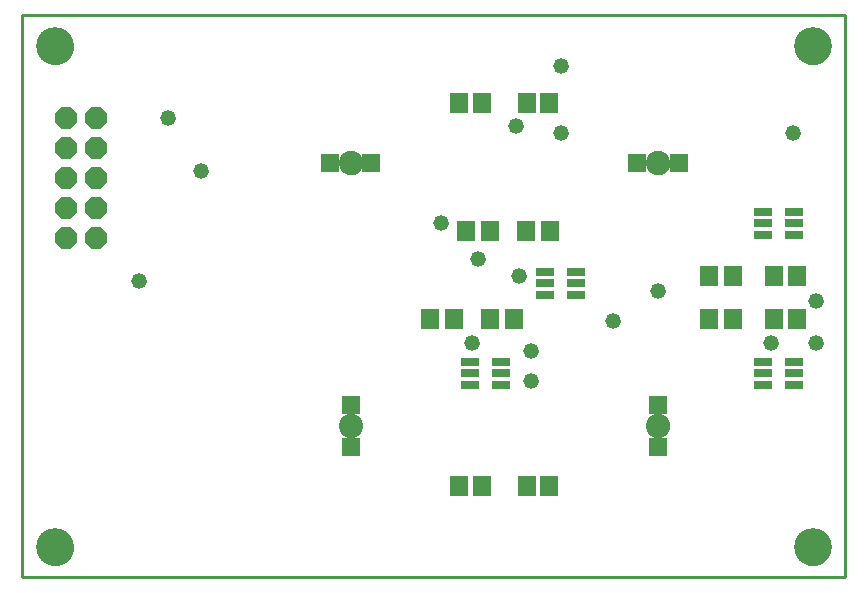
<source format=gbs>
G75*
%MOIN*%
%OFA0B0*%
%FSLAX25Y25*%
%IPPOS*%
%LPD*%
%AMOC8*
5,1,8,0,0,1.08239X$1,22.5*
%
%ADD10C,0.01000*%
%ADD11C,0.00000*%
%ADD12C,0.12611*%
%ADD13OC8,0.07400*%
%ADD14R,0.05918X0.07099*%
%ADD15R,0.06100X0.02800*%
%ADD16R,0.06312X0.06300*%
%ADD17C,0.08100*%
%ADD18R,0.06300X0.06312*%
%ADD19R,0.05918X0.06706*%
%ADD20C,0.05200*%
D10*
X0028300Y0031800D02*
X0028300Y0219261D01*
X0302501Y0219261D01*
X0302501Y0031800D01*
X0028300Y0031800D01*
D11*
X0033394Y0041800D02*
X0033396Y0041953D01*
X0033402Y0042107D01*
X0033412Y0042260D01*
X0033426Y0042412D01*
X0033444Y0042565D01*
X0033466Y0042716D01*
X0033491Y0042867D01*
X0033521Y0043018D01*
X0033555Y0043168D01*
X0033592Y0043316D01*
X0033633Y0043464D01*
X0033678Y0043610D01*
X0033727Y0043756D01*
X0033780Y0043900D01*
X0033836Y0044042D01*
X0033896Y0044183D01*
X0033960Y0044323D01*
X0034027Y0044461D01*
X0034098Y0044597D01*
X0034173Y0044731D01*
X0034250Y0044863D01*
X0034332Y0044993D01*
X0034416Y0045121D01*
X0034504Y0045247D01*
X0034595Y0045370D01*
X0034689Y0045491D01*
X0034787Y0045609D01*
X0034887Y0045725D01*
X0034991Y0045838D01*
X0035097Y0045949D01*
X0035206Y0046057D01*
X0035318Y0046162D01*
X0035432Y0046263D01*
X0035550Y0046362D01*
X0035669Y0046458D01*
X0035791Y0046551D01*
X0035916Y0046640D01*
X0036043Y0046727D01*
X0036172Y0046809D01*
X0036303Y0046889D01*
X0036436Y0046965D01*
X0036571Y0047038D01*
X0036708Y0047107D01*
X0036847Y0047172D01*
X0036987Y0047234D01*
X0037129Y0047292D01*
X0037272Y0047347D01*
X0037417Y0047398D01*
X0037563Y0047445D01*
X0037710Y0047488D01*
X0037858Y0047527D01*
X0038007Y0047563D01*
X0038157Y0047594D01*
X0038308Y0047622D01*
X0038459Y0047646D01*
X0038612Y0047666D01*
X0038764Y0047682D01*
X0038917Y0047694D01*
X0039070Y0047702D01*
X0039223Y0047706D01*
X0039377Y0047706D01*
X0039530Y0047702D01*
X0039683Y0047694D01*
X0039836Y0047682D01*
X0039988Y0047666D01*
X0040141Y0047646D01*
X0040292Y0047622D01*
X0040443Y0047594D01*
X0040593Y0047563D01*
X0040742Y0047527D01*
X0040890Y0047488D01*
X0041037Y0047445D01*
X0041183Y0047398D01*
X0041328Y0047347D01*
X0041471Y0047292D01*
X0041613Y0047234D01*
X0041753Y0047172D01*
X0041892Y0047107D01*
X0042029Y0047038D01*
X0042164Y0046965D01*
X0042297Y0046889D01*
X0042428Y0046809D01*
X0042557Y0046727D01*
X0042684Y0046640D01*
X0042809Y0046551D01*
X0042931Y0046458D01*
X0043050Y0046362D01*
X0043168Y0046263D01*
X0043282Y0046162D01*
X0043394Y0046057D01*
X0043503Y0045949D01*
X0043609Y0045838D01*
X0043713Y0045725D01*
X0043813Y0045609D01*
X0043911Y0045491D01*
X0044005Y0045370D01*
X0044096Y0045247D01*
X0044184Y0045121D01*
X0044268Y0044993D01*
X0044350Y0044863D01*
X0044427Y0044731D01*
X0044502Y0044597D01*
X0044573Y0044461D01*
X0044640Y0044323D01*
X0044704Y0044183D01*
X0044764Y0044042D01*
X0044820Y0043900D01*
X0044873Y0043756D01*
X0044922Y0043610D01*
X0044967Y0043464D01*
X0045008Y0043316D01*
X0045045Y0043168D01*
X0045079Y0043018D01*
X0045109Y0042867D01*
X0045134Y0042716D01*
X0045156Y0042565D01*
X0045174Y0042412D01*
X0045188Y0042260D01*
X0045198Y0042107D01*
X0045204Y0041953D01*
X0045206Y0041800D01*
X0045204Y0041647D01*
X0045198Y0041493D01*
X0045188Y0041340D01*
X0045174Y0041188D01*
X0045156Y0041035D01*
X0045134Y0040884D01*
X0045109Y0040733D01*
X0045079Y0040582D01*
X0045045Y0040432D01*
X0045008Y0040284D01*
X0044967Y0040136D01*
X0044922Y0039990D01*
X0044873Y0039844D01*
X0044820Y0039700D01*
X0044764Y0039558D01*
X0044704Y0039417D01*
X0044640Y0039277D01*
X0044573Y0039139D01*
X0044502Y0039003D01*
X0044427Y0038869D01*
X0044350Y0038737D01*
X0044268Y0038607D01*
X0044184Y0038479D01*
X0044096Y0038353D01*
X0044005Y0038230D01*
X0043911Y0038109D01*
X0043813Y0037991D01*
X0043713Y0037875D01*
X0043609Y0037762D01*
X0043503Y0037651D01*
X0043394Y0037543D01*
X0043282Y0037438D01*
X0043168Y0037337D01*
X0043050Y0037238D01*
X0042931Y0037142D01*
X0042809Y0037049D01*
X0042684Y0036960D01*
X0042557Y0036873D01*
X0042428Y0036791D01*
X0042297Y0036711D01*
X0042164Y0036635D01*
X0042029Y0036562D01*
X0041892Y0036493D01*
X0041753Y0036428D01*
X0041613Y0036366D01*
X0041471Y0036308D01*
X0041328Y0036253D01*
X0041183Y0036202D01*
X0041037Y0036155D01*
X0040890Y0036112D01*
X0040742Y0036073D01*
X0040593Y0036037D01*
X0040443Y0036006D01*
X0040292Y0035978D01*
X0040141Y0035954D01*
X0039988Y0035934D01*
X0039836Y0035918D01*
X0039683Y0035906D01*
X0039530Y0035898D01*
X0039377Y0035894D01*
X0039223Y0035894D01*
X0039070Y0035898D01*
X0038917Y0035906D01*
X0038764Y0035918D01*
X0038612Y0035934D01*
X0038459Y0035954D01*
X0038308Y0035978D01*
X0038157Y0036006D01*
X0038007Y0036037D01*
X0037858Y0036073D01*
X0037710Y0036112D01*
X0037563Y0036155D01*
X0037417Y0036202D01*
X0037272Y0036253D01*
X0037129Y0036308D01*
X0036987Y0036366D01*
X0036847Y0036428D01*
X0036708Y0036493D01*
X0036571Y0036562D01*
X0036436Y0036635D01*
X0036303Y0036711D01*
X0036172Y0036791D01*
X0036043Y0036873D01*
X0035916Y0036960D01*
X0035791Y0037049D01*
X0035669Y0037142D01*
X0035550Y0037238D01*
X0035432Y0037337D01*
X0035318Y0037438D01*
X0035206Y0037543D01*
X0035097Y0037651D01*
X0034991Y0037762D01*
X0034887Y0037875D01*
X0034787Y0037991D01*
X0034689Y0038109D01*
X0034595Y0038230D01*
X0034504Y0038353D01*
X0034416Y0038479D01*
X0034332Y0038607D01*
X0034250Y0038737D01*
X0034173Y0038869D01*
X0034098Y0039003D01*
X0034027Y0039139D01*
X0033960Y0039277D01*
X0033896Y0039417D01*
X0033836Y0039558D01*
X0033780Y0039700D01*
X0033727Y0039844D01*
X0033678Y0039990D01*
X0033633Y0040136D01*
X0033592Y0040284D01*
X0033555Y0040432D01*
X0033521Y0040582D01*
X0033491Y0040733D01*
X0033466Y0040884D01*
X0033444Y0041035D01*
X0033426Y0041188D01*
X0033412Y0041340D01*
X0033402Y0041493D01*
X0033396Y0041647D01*
X0033394Y0041800D01*
X0134150Y0082300D02*
X0134152Y0082421D01*
X0134158Y0082541D01*
X0134168Y0082662D01*
X0134182Y0082781D01*
X0134200Y0082901D01*
X0134222Y0083019D01*
X0134247Y0083137D01*
X0134277Y0083254D01*
X0134310Y0083370D01*
X0134348Y0083485D01*
X0134389Y0083599D01*
X0134434Y0083711D01*
X0134482Y0083821D01*
X0134534Y0083930D01*
X0134590Y0084037D01*
X0134649Y0084142D01*
X0134712Y0084246D01*
X0134778Y0084347D01*
X0134847Y0084445D01*
X0134920Y0084542D01*
X0134995Y0084636D01*
X0135074Y0084727D01*
X0135156Y0084816D01*
X0135240Y0084902D01*
X0135328Y0084985D01*
X0135418Y0085066D01*
X0135511Y0085143D01*
X0135606Y0085217D01*
X0135704Y0085288D01*
X0135804Y0085356D01*
X0135906Y0085420D01*
X0136010Y0085481D01*
X0136116Y0085538D01*
X0136224Y0085592D01*
X0136334Y0085643D01*
X0136445Y0085689D01*
X0136558Y0085732D01*
X0136672Y0085771D01*
X0136787Y0085807D01*
X0136904Y0085838D01*
X0137021Y0085866D01*
X0137140Y0085890D01*
X0137259Y0085910D01*
X0137378Y0085926D01*
X0137499Y0085938D01*
X0137619Y0085946D01*
X0137740Y0085950D01*
X0137860Y0085950D01*
X0137981Y0085946D01*
X0138101Y0085938D01*
X0138222Y0085926D01*
X0138341Y0085910D01*
X0138460Y0085890D01*
X0138579Y0085866D01*
X0138696Y0085838D01*
X0138813Y0085807D01*
X0138928Y0085771D01*
X0139042Y0085732D01*
X0139155Y0085689D01*
X0139266Y0085643D01*
X0139376Y0085592D01*
X0139484Y0085538D01*
X0139590Y0085481D01*
X0139694Y0085420D01*
X0139796Y0085356D01*
X0139896Y0085288D01*
X0139994Y0085217D01*
X0140089Y0085143D01*
X0140182Y0085066D01*
X0140272Y0084985D01*
X0140360Y0084902D01*
X0140444Y0084816D01*
X0140526Y0084727D01*
X0140605Y0084636D01*
X0140680Y0084542D01*
X0140753Y0084445D01*
X0140822Y0084347D01*
X0140888Y0084246D01*
X0140951Y0084142D01*
X0141010Y0084037D01*
X0141066Y0083930D01*
X0141118Y0083821D01*
X0141166Y0083711D01*
X0141211Y0083599D01*
X0141252Y0083485D01*
X0141290Y0083370D01*
X0141323Y0083254D01*
X0141353Y0083137D01*
X0141378Y0083019D01*
X0141400Y0082901D01*
X0141418Y0082781D01*
X0141432Y0082662D01*
X0141442Y0082541D01*
X0141448Y0082421D01*
X0141450Y0082300D01*
X0141448Y0082179D01*
X0141442Y0082059D01*
X0141432Y0081938D01*
X0141418Y0081819D01*
X0141400Y0081699D01*
X0141378Y0081581D01*
X0141353Y0081463D01*
X0141323Y0081346D01*
X0141290Y0081230D01*
X0141252Y0081115D01*
X0141211Y0081001D01*
X0141166Y0080889D01*
X0141118Y0080779D01*
X0141066Y0080670D01*
X0141010Y0080563D01*
X0140951Y0080458D01*
X0140888Y0080354D01*
X0140822Y0080253D01*
X0140753Y0080155D01*
X0140680Y0080058D01*
X0140605Y0079964D01*
X0140526Y0079873D01*
X0140444Y0079784D01*
X0140360Y0079698D01*
X0140272Y0079615D01*
X0140182Y0079534D01*
X0140089Y0079457D01*
X0139994Y0079383D01*
X0139896Y0079312D01*
X0139796Y0079244D01*
X0139694Y0079180D01*
X0139590Y0079119D01*
X0139484Y0079062D01*
X0139376Y0079008D01*
X0139266Y0078957D01*
X0139155Y0078911D01*
X0139042Y0078868D01*
X0138928Y0078829D01*
X0138813Y0078793D01*
X0138696Y0078762D01*
X0138579Y0078734D01*
X0138460Y0078710D01*
X0138341Y0078690D01*
X0138222Y0078674D01*
X0138101Y0078662D01*
X0137981Y0078654D01*
X0137860Y0078650D01*
X0137740Y0078650D01*
X0137619Y0078654D01*
X0137499Y0078662D01*
X0137378Y0078674D01*
X0137259Y0078690D01*
X0137140Y0078710D01*
X0137021Y0078734D01*
X0136904Y0078762D01*
X0136787Y0078793D01*
X0136672Y0078829D01*
X0136558Y0078868D01*
X0136445Y0078911D01*
X0136334Y0078957D01*
X0136224Y0079008D01*
X0136116Y0079062D01*
X0136010Y0079119D01*
X0135906Y0079180D01*
X0135804Y0079244D01*
X0135704Y0079312D01*
X0135606Y0079383D01*
X0135511Y0079457D01*
X0135418Y0079534D01*
X0135328Y0079615D01*
X0135240Y0079698D01*
X0135156Y0079784D01*
X0135074Y0079873D01*
X0134995Y0079964D01*
X0134920Y0080058D01*
X0134847Y0080155D01*
X0134778Y0080253D01*
X0134712Y0080354D01*
X0134649Y0080458D01*
X0134590Y0080563D01*
X0134534Y0080670D01*
X0134482Y0080779D01*
X0134434Y0080889D01*
X0134389Y0081001D01*
X0134348Y0081115D01*
X0134310Y0081230D01*
X0134277Y0081346D01*
X0134247Y0081463D01*
X0134222Y0081581D01*
X0134200Y0081699D01*
X0134182Y0081819D01*
X0134168Y0081938D01*
X0134158Y0082059D01*
X0134152Y0082179D01*
X0134150Y0082300D01*
X0236650Y0082300D02*
X0236652Y0082421D01*
X0236658Y0082541D01*
X0236668Y0082662D01*
X0236682Y0082781D01*
X0236700Y0082901D01*
X0236722Y0083019D01*
X0236747Y0083137D01*
X0236777Y0083254D01*
X0236810Y0083370D01*
X0236848Y0083485D01*
X0236889Y0083599D01*
X0236934Y0083711D01*
X0236982Y0083821D01*
X0237034Y0083930D01*
X0237090Y0084037D01*
X0237149Y0084142D01*
X0237212Y0084246D01*
X0237278Y0084347D01*
X0237347Y0084445D01*
X0237420Y0084542D01*
X0237495Y0084636D01*
X0237574Y0084727D01*
X0237656Y0084816D01*
X0237740Y0084902D01*
X0237828Y0084985D01*
X0237918Y0085066D01*
X0238011Y0085143D01*
X0238106Y0085217D01*
X0238204Y0085288D01*
X0238304Y0085356D01*
X0238406Y0085420D01*
X0238510Y0085481D01*
X0238616Y0085538D01*
X0238724Y0085592D01*
X0238834Y0085643D01*
X0238945Y0085689D01*
X0239058Y0085732D01*
X0239172Y0085771D01*
X0239287Y0085807D01*
X0239404Y0085838D01*
X0239521Y0085866D01*
X0239640Y0085890D01*
X0239759Y0085910D01*
X0239878Y0085926D01*
X0239999Y0085938D01*
X0240119Y0085946D01*
X0240240Y0085950D01*
X0240360Y0085950D01*
X0240481Y0085946D01*
X0240601Y0085938D01*
X0240722Y0085926D01*
X0240841Y0085910D01*
X0240960Y0085890D01*
X0241079Y0085866D01*
X0241196Y0085838D01*
X0241313Y0085807D01*
X0241428Y0085771D01*
X0241542Y0085732D01*
X0241655Y0085689D01*
X0241766Y0085643D01*
X0241876Y0085592D01*
X0241984Y0085538D01*
X0242090Y0085481D01*
X0242194Y0085420D01*
X0242296Y0085356D01*
X0242396Y0085288D01*
X0242494Y0085217D01*
X0242589Y0085143D01*
X0242682Y0085066D01*
X0242772Y0084985D01*
X0242860Y0084902D01*
X0242944Y0084816D01*
X0243026Y0084727D01*
X0243105Y0084636D01*
X0243180Y0084542D01*
X0243253Y0084445D01*
X0243322Y0084347D01*
X0243388Y0084246D01*
X0243451Y0084142D01*
X0243510Y0084037D01*
X0243566Y0083930D01*
X0243618Y0083821D01*
X0243666Y0083711D01*
X0243711Y0083599D01*
X0243752Y0083485D01*
X0243790Y0083370D01*
X0243823Y0083254D01*
X0243853Y0083137D01*
X0243878Y0083019D01*
X0243900Y0082901D01*
X0243918Y0082781D01*
X0243932Y0082662D01*
X0243942Y0082541D01*
X0243948Y0082421D01*
X0243950Y0082300D01*
X0243948Y0082179D01*
X0243942Y0082059D01*
X0243932Y0081938D01*
X0243918Y0081819D01*
X0243900Y0081699D01*
X0243878Y0081581D01*
X0243853Y0081463D01*
X0243823Y0081346D01*
X0243790Y0081230D01*
X0243752Y0081115D01*
X0243711Y0081001D01*
X0243666Y0080889D01*
X0243618Y0080779D01*
X0243566Y0080670D01*
X0243510Y0080563D01*
X0243451Y0080458D01*
X0243388Y0080354D01*
X0243322Y0080253D01*
X0243253Y0080155D01*
X0243180Y0080058D01*
X0243105Y0079964D01*
X0243026Y0079873D01*
X0242944Y0079784D01*
X0242860Y0079698D01*
X0242772Y0079615D01*
X0242682Y0079534D01*
X0242589Y0079457D01*
X0242494Y0079383D01*
X0242396Y0079312D01*
X0242296Y0079244D01*
X0242194Y0079180D01*
X0242090Y0079119D01*
X0241984Y0079062D01*
X0241876Y0079008D01*
X0241766Y0078957D01*
X0241655Y0078911D01*
X0241542Y0078868D01*
X0241428Y0078829D01*
X0241313Y0078793D01*
X0241196Y0078762D01*
X0241079Y0078734D01*
X0240960Y0078710D01*
X0240841Y0078690D01*
X0240722Y0078674D01*
X0240601Y0078662D01*
X0240481Y0078654D01*
X0240360Y0078650D01*
X0240240Y0078650D01*
X0240119Y0078654D01*
X0239999Y0078662D01*
X0239878Y0078674D01*
X0239759Y0078690D01*
X0239640Y0078710D01*
X0239521Y0078734D01*
X0239404Y0078762D01*
X0239287Y0078793D01*
X0239172Y0078829D01*
X0239058Y0078868D01*
X0238945Y0078911D01*
X0238834Y0078957D01*
X0238724Y0079008D01*
X0238616Y0079062D01*
X0238510Y0079119D01*
X0238406Y0079180D01*
X0238304Y0079244D01*
X0238204Y0079312D01*
X0238106Y0079383D01*
X0238011Y0079457D01*
X0237918Y0079534D01*
X0237828Y0079615D01*
X0237740Y0079698D01*
X0237656Y0079784D01*
X0237574Y0079873D01*
X0237495Y0079964D01*
X0237420Y0080058D01*
X0237347Y0080155D01*
X0237278Y0080253D01*
X0237212Y0080354D01*
X0237149Y0080458D01*
X0237090Y0080563D01*
X0237034Y0080670D01*
X0236982Y0080779D01*
X0236934Y0080889D01*
X0236889Y0081001D01*
X0236848Y0081115D01*
X0236810Y0081230D01*
X0236777Y0081346D01*
X0236747Y0081463D01*
X0236722Y0081581D01*
X0236700Y0081699D01*
X0236682Y0081819D01*
X0236668Y0081938D01*
X0236658Y0082059D01*
X0236652Y0082179D01*
X0236650Y0082300D01*
X0285894Y0041800D02*
X0285896Y0041953D01*
X0285902Y0042107D01*
X0285912Y0042260D01*
X0285926Y0042412D01*
X0285944Y0042565D01*
X0285966Y0042716D01*
X0285991Y0042867D01*
X0286021Y0043018D01*
X0286055Y0043168D01*
X0286092Y0043316D01*
X0286133Y0043464D01*
X0286178Y0043610D01*
X0286227Y0043756D01*
X0286280Y0043900D01*
X0286336Y0044042D01*
X0286396Y0044183D01*
X0286460Y0044323D01*
X0286527Y0044461D01*
X0286598Y0044597D01*
X0286673Y0044731D01*
X0286750Y0044863D01*
X0286832Y0044993D01*
X0286916Y0045121D01*
X0287004Y0045247D01*
X0287095Y0045370D01*
X0287189Y0045491D01*
X0287287Y0045609D01*
X0287387Y0045725D01*
X0287491Y0045838D01*
X0287597Y0045949D01*
X0287706Y0046057D01*
X0287818Y0046162D01*
X0287932Y0046263D01*
X0288050Y0046362D01*
X0288169Y0046458D01*
X0288291Y0046551D01*
X0288416Y0046640D01*
X0288543Y0046727D01*
X0288672Y0046809D01*
X0288803Y0046889D01*
X0288936Y0046965D01*
X0289071Y0047038D01*
X0289208Y0047107D01*
X0289347Y0047172D01*
X0289487Y0047234D01*
X0289629Y0047292D01*
X0289772Y0047347D01*
X0289917Y0047398D01*
X0290063Y0047445D01*
X0290210Y0047488D01*
X0290358Y0047527D01*
X0290507Y0047563D01*
X0290657Y0047594D01*
X0290808Y0047622D01*
X0290959Y0047646D01*
X0291112Y0047666D01*
X0291264Y0047682D01*
X0291417Y0047694D01*
X0291570Y0047702D01*
X0291723Y0047706D01*
X0291877Y0047706D01*
X0292030Y0047702D01*
X0292183Y0047694D01*
X0292336Y0047682D01*
X0292488Y0047666D01*
X0292641Y0047646D01*
X0292792Y0047622D01*
X0292943Y0047594D01*
X0293093Y0047563D01*
X0293242Y0047527D01*
X0293390Y0047488D01*
X0293537Y0047445D01*
X0293683Y0047398D01*
X0293828Y0047347D01*
X0293971Y0047292D01*
X0294113Y0047234D01*
X0294253Y0047172D01*
X0294392Y0047107D01*
X0294529Y0047038D01*
X0294664Y0046965D01*
X0294797Y0046889D01*
X0294928Y0046809D01*
X0295057Y0046727D01*
X0295184Y0046640D01*
X0295309Y0046551D01*
X0295431Y0046458D01*
X0295550Y0046362D01*
X0295668Y0046263D01*
X0295782Y0046162D01*
X0295894Y0046057D01*
X0296003Y0045949D01*
X0296109Y0045838D01*
X0296213Y0045725D01*
X0296313Y0045609D01*
X0296411Y0045491D01*
X0296505Y0045370D01*
X0296596Y0045247D01*
X0296684Y0045121D01*
X0296768Y0044993D01*
X0296850Y0044863D01*
X0296927Y0044731D01*
X0297002Y0044597D01*
X0297073Y0044461D01*
X0297140Y0044323D01*
X0297204Y0044183D01*
X0297264Y0044042D01*
X0297320Y0043900D01*
X0297373Y0043756D01*
X0297422Y0043610D01*
X0297467Y0043464D01*
X0297508Y0043316D01*
X0297545Y0043168D01*
X0297579Y0043018D01*
X0297609Y0042867D01*
X0297634Y0042716D01*
X0297656Y0042565D01*
X0297674Y0042412D01*
X0297688Y0042260D01*
X0297698Y0042107D01*
X0297704Y0041953D01*
X0297706Y0041800D01*
X0297704Y0041647D01*
X0297698Y0041493D01*
X0297688Y0041340D01*
X0297674Y0041188D01*
X0297656Y0041035D01*
X0297634Y0040884D01*
X0297609Y0040733D01*
X0297579Y0040582D01*
X0297545Y0040432D01*
X0297508Y0040284D01*
X0297467Y0040136D01*
X0297422Y0039990D01*
X0297373Y0039844D01*
X0297320Y0039700D01*
X0297264Y0039558D01*
X0297204Y0039417D01*
X0297140Y0039277D01*
X0297073Y0039139D01*
X0297002Y0039003D01*
X0296927Y0038869D01*
X0296850Y0038737D01*
X0296768Y0038607D01*
X0296684Y0038479D01*
X0296596Y0038353D01*
X0296505Y0038230D01*
X0296411Y0038109D01*
X0296313Y0037991D01*
X0296213Y0037875D01*
X0296109Y0037762D01*
X0296003Y0037651D01*
X0295894Y0037543D01*
X0295782Y0037438D01*
X0295668Y0037337D01*
X0295550Y0037238D01*
X0295431Y0037142D01*
X0295309Y0037049D01*
X0295184Y0036960D01*
X0295057Y0036873D01*
X0294928Y0036791D01*
X0294797Y0036711D01*
X0294664Y0036635D01*
X0294529Y0036562D01*
X0294392Y0036493D01*
X0294253Y0036428D01*
X0294113Y0036366D01*
X0293971Y0036308D01*
X0293828Y0036253D01*
X0293683Y0036202D01*
X0293537Y0036155D01*
X0293390Y0036112D01*
X0293242Y0036073D01*
X0293093Y0036037D01*
X0292943Y0036006D01*
X0292792Y0035978D01*
X0292641Y0035954D01*
X0292488Y0035934D01*
X0292336Y0035918D01*
X0292183Y0035906D01*
X0292030Y0035898D01*
X0291877Y0035894D01*
X0291723Y0035894D01*
X0291570Y0035898D01*
X0291417Y0035906D01*
X0291264Y0035918D01*
X0291112Y0035934D01*
X0290959Y0035954D01*
X0290808Y0035978D01*
X0290657Y0036006D01*
X0290507Y0036037D01*
X0290358Y0036073D01*
X0290210Y0036112D01*
X0290063Y0036155D01*
X0289917Y0036202D01*
X0289772Y0036253D01*
X0289629Y0036308D01*
X0289487Y0036366D01*
X0289347Y0036428D01*
X0289208Y0036493D01*
X0289071Y0036562D01*
X0288936Y0036635D01*
X0288803Y0036711D01*
X0288672Y0036791D01*
X0288543Y0036873D01*
X0288416Y0036960D01*
X0288291Y0037049D01*
X0288169Y0037142D01*
X0288050Y0037238D01*
X0287932Y0037337D01*
X0287818Y0037438D01*
X0287706Y0037543D01*
X0287597Y0037651D01*
X0287491Y0037762D01*
X0287387Y0037875D01*
X0287287Y0037991D01*
X0287189Y0038109D01*
X0287095Y0038230D01*
X0287004Y0038353D01*
X0286916Y0038479D01*
X0286832Y0038607D01*
X0286750Y0038737D01*
X0286673Y0038869D01*
X0286598Y0039003D01*
X0286527Y0039139D01*
X0286460Y0039277D01*
X0286396Y0039417D01*
X0286336Y0039558D01*
X0286280Y0039700D01*
X0286227Y0039844D01*
X0286178Y0039990D01*
X0286133Y0040136D01*
X0286092Y0040284D01*
X0286055Y0040432D01*
X0286021Y0040582D01*
X0285991Y0040733D01*
X0285966Y0040884D01*
X0285944Y0041035D01*
X0285926Y0041188D01*
X0285912Y0041340D01*
X0285902Y0041493D01*
X0285896Y0041647D01*
X0285894Y0041800D01*
X0236650Y0169800D02*
X0236652Y0169921D01*
X0236658Y0170041D01*
X0236668Y0170162D01*
X0236682Y0170281D01*
X0236700Y0170401D01*
X0236722Y0170519D01*
X0236747Y0170637D01*
X0236777Y0170754D01*
X0236810Y0170870D01*
X0236848Y0170985D01*
X0236889Y0171099D01*
X0236934Y0171211D01*
X0236982Y0171321D01*
X0237034Y0171430D01*
X0237090Y0171537D01*
X0237149Y0171642D01*
X0237212Y0171746D01*
X0237278Y0171847D01*
X0237347Y0171945D01*
X0237420Y0172042D01*
X0237495Y0172136D01*
X0237574Y0172227D01*
X0237656Y0172316D01*
X0237740Y0172402D01*
X0237828Y0172485D01*
X0237918Y0172566D01*
X0238011Y0172643D01*
X0238106Y0172717D01*
X0238204Y0172788D01*
X0238304Y0172856D01*
X0238406Y0172920D01*
X0238510Y0172981D01*
X0238616Y0173038D01*
X0238724Y0173092D01*
X0238834Y0173143D01*
X0238945Y0173189D01*
X0239058Y0173232D01*
X0239172Y0173271D01*
X0239287Y0173307D01*
X0239404Y0173338D01*
X0239521Y0173366D01*
X0239640Y0173390D01*
X0239759Y0173410D01*
X0239878Y0173426D01*
X0239999Y0173438D01*
X0240119Y0173446D01*
X0240240Y0173450D01*
X0240360Y0173450D01*
X0240481Y0173446D01*
X0240601Y0173438D01*
X0240722Y0173426D01*
X0240841Y0173410D01*
X0240960Y0173390D01*
X0241079Y0173366D01*
X0241196Y0173338D01*
X0241313Y0173307D01*
X0241428Y0173271D01*
X0241542Y0173232D01*
X0241655Y0173189D01*
X0241766Y0173143D01*
X0241876Y0173092D01*
X0241984Y0173038D01*
X0242090Y0172981D01*
X0242194Y0172920D01*
X0242296Y0172856D01*
X0242396Y0172788D01*
X0242494Y0172717D01*
X0242589Y0172643D01*
X0242682Y0172566D01*
X0242772Y0172485D01*
X0242860Y0172402D01*
X0242944Y0172316D01*
X0243026Y0172227D01*
X0243105Y0172136D01*
X0243180Y0172042D01*
X0243253Y0171945D01*
X0243322Y0171847D01*
X0243388Y0171746D01*
X0243451Y0171642D01*
X0243510Y0171537D01*
X0243566Y0171430D01*
X0243618Y0171321D01*
X0243666Y0171211D01*
X0243711Y0171099D01*
X0243752Y0170985D01*
X0243790Y0170870D01*
X0243823Y0170754D01*
X0243853Y0170637D01*
X0243878Y0170519D01*
X0243900Y0170401D01*
X0243918Y0170281D01*
X0243932Y0170162D01*
X0243942Y0170041D01*
X0243948Y0169921D01*
X0243950Y0169800D01*
X0243948Y0169679D01*
X0243942Y0169559D01*
X0243932Y0169438D01*
X0243918Y0169319D01*
X0243900Y0169199D01*
X0243878Y0169081D01*
X0243853Y0168963D01*
X0243823Y0168846D01*
X0243790Y0168730D01*
X0243752Y0168615D01*
X0243711Y0168501D01*
X0243666Y0168389D01*
X0243618Y0168279D01*
X0243566Y0168170D01*
X0243510Y0168063D01*
X0243451Y0167958D01*
X0243388Y0167854D01*
X0243322Y0167753D01*
X0243253Y0167655D01*
X0243180Y0167558D01*
X0243105Y0167464D01*
X0243026Y0167373D01*
X0242944Y0167284D01*
X0242860Y0167198D01*
X0242772Y0167115D01*
X0242682Y0167034D01*
X0242589Y0166957D01*
X0242494Y0166883D01*
X0242396Y0166812D01*
X0242296Y0166744D01*
X0242194Y0166680D01*
X0242090Y0166619D01*
X0241984Y0166562D01*
X0241876Y0166508D01*
X0241766Y0166457D01*
X0241655Y0166411D01*
X0241542Y0166368D01*
X0241428Y0166329D01*
X0241313Y0166293D01*
X0241196Y0166262D01*
X0241079Y0166234D01*
X0240960Y0166210D01*
X0240841Y0166190D01*
X0240722Y0166174D01*
X0240601Y0166162D01*
X0240481Y0166154D01*
X0240360Y0166150D01*
X0240240Y0166150D01*
X0240119Y0166154D01*
X0239999Y0166162D01*
X0239878Y0166174D01*
X0239759Y0166190D01*
X0239640Y0166210D01*
X0239521Y0166234D01*
X0239404Y0166262D01*
X0239287Y0166293D01*
X0239172Y0166329D01*
X0239058Y0166368D01*
X0238945Y0166411D01*
X0238834Y0166457D01*
X0238724Y0166508D01*
X0238616Y0166562D01*
X0238510Y0166619D01*
X0238406Y0166680D01*
X0238304Y0166744D01*
X0238204Y0166812D01*
X0238106Y0166883D01*
X0238011Y0166957D01*
X0237918Y0167034D01*
X0237828Y0167115D01*
X0237740Y0167198D01*
X0237656Y0167284D01*
X0237574Y0167373D01*
X0237495Y0167464D01*
X0237420Y0167558D01*
X0237347Y0167655D01*
X0237278Y0167753D01*
X0237212Y0167854D01*
X0237149Y0167958D01*
X0237090Y0168063D01*
X0237034Y0168170D01*
X0236982Y0168279D01*
X0236934Y0168389D01*
X0236889Y0168501D01*
X0236848Y0168615D01*
X0236810Y0168730D01*
X0236777Y0168846D01*
X0236747Y0168963D01*
X0236722Y0169081D01*
X0236700Y0169199D01*
X0236682Y0169319D01*
X0236668Y0169438D01*
X0236658Y0169559D01*
X0236652Y0169679D01*
X0236650Y0169800D01*
X0285894Y0208800D02*
X0285896Y0208953D01*
X0285902Y0209107D01*
X0285912Y0209260D01*
X0285926Y0209412D01*
X0285944Y0209565D01*
X0285966Y0209716D01*
X0285991Y0209867D01*
X0286021Y0210018D01*
X0286055Y0210168D01*
X0286092Y0210316D01*
X0286133Y0210464D01*
X0286178Y0210610D01*
X0286227Y0210756D01*
X0286280Y0210900D01*
X0286336Y0211042D01*
X0286396Y0211183D01*
X0286460Y0211323D01*
X0286527Y0211461D01*
X0286598Y0211597D01*
X0286673Y0211731D01*
X0286750Y0211863D01*
X0286832Y0211993D01*
X0286916Y0212121D01*
X0287004Y0212247D01*
X0287095Y0212370D01*
X0287189Y0212491D01*
X0287287Y0212609D01*
X0287387Y0212725D01*
X0287491Y0212838D01*
X0287597Y0212949D01*
X0287706Y0213057D01*
X0287818Y0213162D01*
X0287932Y0213263D01*
X0288050Y0213362D01*
X0288169Y0213458D01*
X0288291Y0213551D01*
X0288416Y0213640D01*
X0288543Y0213727D01*
X0288672Y0213809D01*
X0288803Y0213889D01*
X0288936Y0213965D01*
X0289071Y0214038D01*
X0289208Y0214107D01*
X0289347Y0214172D01*
X0289487Y0214234D01*
X0289629Y0214292D01*
X0289772Y0214347D01*
X0289917Y0214398D01*
X0290063Y0214445D01*
X0290210Y0214488D01*
X0290358Y0214527D01*
X0290507Y0214563D01*
X0290657Y0214594D01*
X0290808Y0214622D01*
X0290959Y0214646D01*
X0291112Y0214666D01*
X0291264Y0214682D01*
X0291417Y0214694D01*
X0291570Y0214702D01*
X0291723Y0214706D01*
X0291877Y0214706D01*
X0292030Y0214702D01*
X0292183Y0214694D01*
X0292336Y0214682D01*
X0292488Y0214666D01*
X0292641Y0214646D01*
X0292792Y0214622D01*
X0292943Y0214594D01*
X0293093Y0214563D01*
X0293242Y0214527D01*
X0293390Y0214488D01*
X0293537Y0214445D01*
X0293683Y0214398D01*
X0293828Y0214347D01*
X0293971Y0214292D01*
X0294113Y0214234D01*
X0294253Y0214172D01*
X0294392Y0214107D01*
X0294529Y0214038D01*
X0294664Y0213965D01*
X0294797Y0213889D01*
X0294928Y0213809D01*
X0295057Y0213727D01*
X0295184Y0213640D01*
X0295309Y0213551D01*
X0295431Y0213458D01*
X0295550Y0213362D01*
X0295668Y0213263D01*
X0295782Y0213162D01*
X0295894Y0213057D01*
X0296003Y0212949D01*
X0296109Y0212838D01*
X0296213Y0212725D01*
X0296313Y0212609D01*
X0296411Y0212491D01*
X0296505Y0212370D01*
X0296596Y0212247D01*
X0296684Y0212121D01*
X0296768Y0211993D01*
X0296850Y0211863D01*
X0296927Y0211731D01*
X0297002Y0211597D01*
X0297073Y0211461D01*
X0297140Y0211323D01*
X0297204Y0211183D01*
X0297264Y0211042D01*
X0297320Y0210900D01*
X0297373Y0210756D01*
X0297422Y0210610D01*
X0297467Y0210464D01*
X0297508Y0210316D01*
X0297545Y0210168D01*
X0297579Y0210018D01*
X0297609Y0209867D01*
X0297634Y0209716D01*
X0297656Y0209565D01*
X0297674Y0209412D01*
X0297688Y0209260D01*
X0297698Y0209107D01*
X0297704Y0208953D01*
X0297706Y0208800D01*
X0297704Y0208647D01*
X0297698Y0208493D01*
X0297688Y0208340D01*
X0297674Y0208188D01*
X0297656Y0208035D01*
X0297634Y0207884D01*
X0297609Y0207733D01*
X0297579Y0207582D01*
X0297545Y0207432D01*
X0297508Y0207284D01*
X0297467Y0207136D01*
X0297422Y0206990D01*
X0297373Y0206844D01*
X0297320Y0206700D01*
X0297264Y0206558D01*
X0297204Y0206417D01*
X0297140Y0206277D01*
X0297073Y0206139D01*
X0297002Y0206003D01*
X0296927Y0205869D01*
X0296850Y0205737D01*
X0296768Y0205607D01*
X0296684Y0205479D01*
X0296596Y0205353D01*
X0296505Y0205230D01*
X0296411Y0205109D01*
X0296313Y0204991D01*
X0296213Y0204875D01*
X0296109Y0204762D01*
X0296003Y0204651D01*
X0295894Y0204543D01*
X0295782Y0204438D01*
X0295668Y0204337D01*
X0295550Y0204238D01*
X0295431Y0204142D01*
X0295309Y0204049D01*
X0295184Y0203960D01*
X0295057Y0203873D01*
X0294928Y0203791D01*
X0294797Y0203711D01*
X0294664Y0203635D01*
X0294529Y0203562D01*
X0294392Y0203493D01*
X0294253Y0203428D01*
X0294113Y0203366D01*
X0293971Y0203308D01*
X0293828Y0203253D01*
X0293683Y0203202D01*
X0293537Y0203155D01*
X0293390Y0203112D01*
X0293242Y0203073D01*
X0293093Y0203037D01*
X0292943Y0203006D01*
X0292792Y0202978D01*
X0292641Y0202954D01*
X0292488Y0202934D01*
X0292336Y0202918D01*
X0292183Y0202906D01*
X0292030Y0202898D01*
X0291877Y0202894D01*
X0291723Y0202894D01*
X0291570Y0202898D01*
X0291417Y0202906D01*
X0291264Y0202918D01*
X0291112Y0202934D01*
X0290959Y0202954D01*
X0290808Y0202978D01*
X0290657Y0203006D01*
X0290507Y0203037D01*
X0290358Y0203073D01*
X0290210Y0203112D01*
X0290063Y0203155D01*
X0289917Y0203202D01*
X0289772Y0203253D01*
X0289629Y0203308D01*
X0289487Y0203366D01*
X0289347Y0203428D01*
X0289208Y0203493D01*
X0289071Y0203562D01*
X0288936Y0203635D01*
X0288803Y0203711D01*
X0288672Y0203791D01*
X0288543Y0203873D01*
X0288416Y0203960D01*
X0288291Y0204049D01*
X0288169Y0204142D01*
X0288050Y0204238D01*
X0287932Y0204337D01*
X0287818Y0204438D01*
X0287706Y0204543D01*
X0287597Y0204651D01*
X0287491Y0204762D01*
X0287387Y0204875D01*
X0287287Y0204991D01*
X0287189Y0205109D01*
X0287095Y0205230D01*
X0287004Y0205353D01*
X0286916Y0205479D01*
X0286832Y0205607D01*
X0286750Y0205737D01*
X0286673Y0205869D01*
X0286598Y0206003D01*
X0286527Y0206139D01*
X0286460Y0206277D01*
X0286396Y0206417D01*
X0286336Y0206558D01*
X0286280Y0206700D01*
X0286227Y0206844D01*
X0286178Y0206990D01*
X0286133Y0207136D01*
X0286092Y0207284D01*
X0286055Y0207432D01*
X0286021Y0207582D01*
X0285991Y0207733D01*
X0285966Y0207884D01*
X0285944Y0208035D01*
X0285926Y0208188D01*
X0285912Y0208340D01*
X0285902Y0208493D01*
X0285896Y0208647D01*
X0285894Y0208800D01*
X0134150Y0169800D02*
X0134152Y0169921D01*
X0134158Y0170041D01*
X0134168Y0170162D01*
X0134182Y0170281D01*
X0134200Y0170401D01*
X0134222Y0170519D01*
X0134247Y0170637D01*
X0134277Y0170754D01*
X0134310Y0170870D01*
X0134348Y0170985D01*
X0134389Y0171099D01*
X0134434Y0171211D01*
X0134482Y0171321D01*
X0134534Y0171430D01*
X0134590Y0171537D01*
X0134649Y0171642D01*
X0134712Y0171746D01*
X0134778Y0171847D01*
X0134847Y0171945D01*
X0134920Y0172042D01*
X0134995Y0172136D01*
X0135074Y0172227D01*
X0135156Y0172316D01*
X0135240Y0172402D01*
X0135328Y0172485D01*
X0135418Y0172566D01*
X0135511Y0172643D01*
X0135606Y0172717D01*
X0135704Y0172788D01*
X0135804Y0172856D01*
X0135906Y0172920D01*
X0136010Y0172981D01*
X0136116Y0173038D01*
X0136224Y0173092D01*
X0136334Y0173143D01*
X0136445Y0173189D01*
X0136558Y0173232D01*
X0136672Y0173271D01*
X0136787Y0173307D01*
X0136904Y0173338D01*
X0137021Y0173366D01*
X0137140Y0173390D01*
X0137259Y0173410D01*
X0137378Y0173426D01*
X0137499Y0173438D01*
X0137619Y0173446D01*
X0137740Y0173450D01*
X0137860Y0173450D01*
X0137981Y0173446D01*
X0138101Y0173438D01*
X0138222Y0173426D01*
X0138341Y0173410D01*
X0138460Y0173390D01*
X0138579Y0173366D01*
X0138696Y0173338D01*
X0138813Y0173307D01*
X0138928Y0173271D01*
X0139042Y0173232D01*
X0139155Y0173189D01*
X0139266Y0173143D01*
X0139376Y0173092D01*
X0139484Y0173038D01*
X0139590Y0172981D01*
X0139694Y0172920D01*
X0139796Y0172856D01*
X0139896Y0172788D01*
X0139994Y0172717D01*
X0140089Y0172643D01*
X0140182Y0172566D01*
X0140272Y0172485D01*
X0140360Y0172402D01*
X0140444Y0172316D01*
X0140526Y0172227D01*
X0140605Y0172136D01*
X0140680Y0172042D01*
X0140753Y0171945D01*
X0140822Y0171847D01*
X0140888Y0171746D01*
X0140951Y0171642D01*
X0141010Y0171537D01*
X0141066Y0171430D01*
X0141118Y0171321D01*
X0141166Y0171211D01*
X0141211Y0171099D01*
X0141252Y0170985D01*
X0141290Y0170870D01*
X0141323Y0170754D01*
X0141353Y0170637D01*
X0141378Y0170519D01*
X0141400Y0170401D01*
X0141418Y0170281D01*
X0141432Y0170162D01*
X0141442Y0170041D01*
X0141448Y0169921D01*
X0141450Y0169800D01*
X0141448Y0169679D01*
X0141442Y0169559D01*
X0141432Y0169438D01*
X0141418Y0169319D01*
X0141400Y0169199D01*
X0141378Y0169081D01*
X0141353Y0168963D01*
X0141323Y0168846D01*
X0141290Y0168730D01*
X0141252Y0168615D01*
X0141211Y0168501D01*
X0141166Y0168389D01*
X0141118Y0168279D01*
X0141066Y0168170D01*
X0141010Y0168063D01*
X0140951Y0167958D01*
X0140888Y0167854D01*
X0140822Y0167753D01*
X0140753Y0167655D01*
X0140680Y0167558D01*
X0140605Y0167464D01*
X0140526Y0167373D01*
X0140444Y0167284D01*
X0140360Y0167198D01*
X0140272Y0167115D01*
X0140182Y0167034D01*
X0140089Y0166957D01*
X0139994Y0166883D01*
X0139896Y0166812D01*
X0139796Y0166744D01*
X0139694Y0166680D01*
X0139590Y0166619D01*
X0139484Y0166562D01*
X0139376Y0166508D01*
X0139266Y0166457D01*
X0139155Y0166411D01*
X0139042Y0166368D01*
X0138928Y0166329D01*
X0138813Y0166293D01*
X0138696Y0166262D01*
X0138579Y0166234D01*
X0138460Y0166210D01*
X0138341Y0166190D01*
X0138222Y0166174D01*
X0138101Y0166162D01*
X0137981Y0166154D01*
X0137860Y0166150D01*
X0137740Y0166150D01*
X0137619Y0166154D01*
X0137499Y0166162D01*
X0137378Y0166174D01*
X0137259Y0166190D01*
X0137140Y0166210D01*
X0137021Y0166234D01*
X0136904Y0166262D01*
X0136787Y0166293D01*
X0136672Y0166329D01*
X0136558Y0166368D01*
X0136445Y0166411D01*
X0136334Y0166457D01*
X0136224Y0166508D01*
X0136116Y0166562D01*
X0136010Y0166619D01*
X0135906Y0166680D01*
X0135804Y0166744D01*
X0135704Y0166812D01*
X0135606Y0166883D01*
X0135511Y0166957D01*
X0135418Y0167034D01*
X0135328Y0167115D01*
X0135240Y0167198D01*
X0135156Y0167284D01*
X0135074Y0167373D01*
X0134995Y0167464D01*
X0134920Y0167558D01*
X0134847Y0167655D01*
X0134778Y0167753D01*
X0134712Y0167854D01*
X0134649Y0167958D01*
X0134590Y0168063D01*
X0134534Y0168170D01*
X0134482Y0168279D01*
X0134434Y0168389D01*
X0134389Y0168501D01*
X0134348Y0168615D01*
X0134310Y0168730D01*
X0134277Y0168846D01*
X0134247Y0168963D01*
X0134222Y0169081D01*
X0134200Y0169199D01*
X0134182Y0169319D01*
X0134168Y0169438D01*
X0134158Y0169559D01*
X0134152Y0169679D01*
X0134150Y0169800D01*
X0033394Y0208800D02*
X0033396Y0208953D01*
X0033402Y0209107D01*
X0033412Y0209260D01*
X0033426Y0209412D01*
X0033444Y0209565D01*
X0033466Y0209716D01*
X0033491Y0209867D01*
X0033521Y0210018D01*
X0033555Y0210168D01*
X0033592Y0210316D01*
X0033633Y0210464D01*
X0033678Y0210610D01*
X0033727Y0210756D01*
X0033780Y0210900D01*
X0033836Y0211042D01*
X0033896Y0211183D01*
X0033960Y0211323D01*
X0034027Y0211461D01*
X0034098Y0211597D01*
X0034173Y0211731D01*
X0034250Y0211863D01*
X0034332Y0211993D01*
X0034416Y0212121D01*
X0034504Y0212247D01*
X0034595Y0212370D01*
X0034689Y0212491D01*
X0034787Y0212609D01*
X0034887Y0212725D01*
X0034991Y0212838D01*
X0035097Y0212949D01*
X0035206Y0213057D01*
X0035318Y0213162D01*
X0035432Y0213263D01*
X0035550Y0213362D01*
X0035669Y0213458D01*
X0035791Y0213551D01*
X0035916Y0213640D01*
X0036043Y0213727D01*
X0036172Y0213809D01*
X0036303Y0213889D01*
X0036436Y0213965D01*
X0036571Y0214038D01*
X0036708Y0214107D01*
X0036847Y0214172D01*
X0036987Y0214234D01*
X0037129Y0214292D01*
X0037272Y0214347D01*
X0037417Y0214398D01*
X0037563Y0214445D01*
X0037710Y0214488D01*
X0037858Y0214527D01*
X0038007Y0214563D01*
X0038157Y0214594D01*
X0038308Y0214622D01*
X0038459Y0214646D01*
X0038612Y0214666D01*
X0038764Y0214682D01*
X0038917Y0214694D01*
X0039070Y0214702D01*
X0039223Y0214706D01*
X0039377Y0214706D01*
X0039530Y0214702D01*
X0039683Y0214694D01*
X0039836Y0214682D01*
X0039988Y0214666D01*
X0040141Y0214646D01*
X0040292Y0214622D01*
X0040443Y0214594D01*
X0040593Y0214563D01*
X0040742Y0214527D01*
X0040890Y0214488D01*
X0041037Y0214445D01*
X0041183Y0214398D01*
X0041328Y0214347D01*
X0041471Y0214292D01*
X0041613Y0214234D01*
X0041753Y0214172D01*
X0041892Y0214107D01*
X0042029Y0214038D01*
X0042164Y0213965D01*
X0042297Y0213889D01*
X0042428Y0213809D01*
X0042557Y0213727D01*
X0042684Y0213640D01*
X0042809Y0213551D01*
X0042931Y0213458D01*
X0043050Y0213362D01*
X0043168Y0213263D01*
X0043282Y0213162D01*
X0043394Y0213057D01*
X0043503Y0212949D01*
X0043609Y0212838D01*
X0043713Y0212725D01*
X0043813Y0212609D01*
X0043911Y0212491D01*
X0044005Y0212370D01*
X0044096Y0212247D01*
X0044184Y0212121D01*
X0044268Y0211993D01*
X0044350Y0211863D01*
X0044427Y0211731D01*
X0044502Y0211597D01*
X0044573Y0211461D01*
X0044640Y0211323D01*
X0044704Y0211183D01*
X0044764Y0211042D01*
X0044820Y0210900D01*
X0044873Y0210756D01*
X0044922Y0210610D01*
X0044967Y0210464D01*
X0045008Y0210316D01*
X0045045Y0210168D01*
X0045079Y0210018D01*
X0045109Y0209867D01*
X0045134Y0209716D01*
X0045156Y0209565D01*
X0045174Y0209412D01*
X0045188Y0209260D01*
X0045198Y0209107D01*
X0045204Y0208953D01*
X0045206Y0208800D01*
X0045204Y0208647D01*
X0045198Y0208493D01*
X0045188Y0208340D01*
X0045174Y0208188D01*
X0045156Y0208035D01*
X0045134Y0207884D01*
X0045109Y0207733D01*
X0045079Y0207582D01*
X0045045Y0207432D01*
X0045008Y0207284D01*
X0044967Y0207136D01*
X0044922Y0206990D01*
X0044873Y0206844D01*
X0044820Y0206700D01*
X0044764Y0206558D01*
X0044704Y0206417D01*
X0044640Y0206277D01*
X0044573Y0206139D01*
X0044502Y0206003D01*
X0044427Y0205869D01*
X0044350Y0205737D01*
X0044268Y0205607D01*
X0044184Y0205479D01*
X0044096Y0205353D01*
X0044005Y0205230D01*
X0043911Y0205109D01*
X0043813Y0204991D01*
X0043713Y0204875D01*
X0043609Y0204762D01*
X0043503Y0204651D01*
X0043394Y0204543D01*
X0043282Y0204438D01*
X0043168Y0204337D01*
X0043050Y0204238D01*
X0042931Y0204142D01*
X0042809Y0204049D01*
X0042684Y0203960D01*
X0042557Y0203873D01*
X0042428Y0203791D01*
X0042297Y0203711D01*
X0042164Y0203635D01*
X0042029Y0203562D01*
X0041892Y0203493D01*
X0041753Y0203428D01*
X0041613Y0203366D01*
X0041471Y0203308D01*
X0041328Y0203253D01*
X0041183Y0203202D01*
X0041037Y0203155D01*
X0040890Y0203112D01*
X0040742Y0203073D01*
X0040593Y0203037D01*
X0040443Y0203006D01*
X0040292Y0202978D01*
X0040141Y0202954D01*
X0039988Y0202934D01*
X0039836Y0202918D01*
X0039683Y0202906D01*
X0039530Y0202898D01*
X0039377Y0202894D01*
X0039223Y0202894D01*
X0039070Y0202898D01*
X0038917Y0202906D01*
X0038764Y0202918D01*
X0038612Y0202934D01*
X0038459Y0202954D01*
X0038308Y0202978D01*
X0038157Y0203006D01*
X0038007Y0203037D01*
X0037858Y0203073D01*
X0037710Y0203112D01*
X0037563Y0203155D01*
X0037417Y0203202D01*
X0037272Y0203253D01*
X0037129Y0203308D01*
X0036987Y0203366D01*
X0036847Y0203428D01*
X0036708Y0203493D01*
X0036571Y0203562D01*
X0036436Y0203635D01*
X0036303Y0203711D01*
X0036172Y0203791D01*
X0036043Y0203873D01*
X0035916Y0203960D01*
X0035791Y0204049D01*
X0035669Y0204142D01*
X0035550Y0204238D01*
X0035432Y0204337D01*
X0035318Y0204438D01*
X0035206Y0204543D01*
X0035097Y0204651D01*
X0034991Y0204762D01*
X0034887Y0204875D01*
X0034787Y0204991D01*
X0034689Y0205109D01*
X0034595Y0205230D01*
X0034504Y0205353D01*
X0034416Y0205479D01*
X0034332Y0205607D01*
X0034250Y0205737D01*
X0034173Y0205869D01*
X0034098Y0206003D01*
X0034027Y0206139D01*
X0033960Y0206277D01*
X0033896Y0206417D01*
X0033836Y0206558D01*
X0033780Y0206700D01*
X0033727Y0206844D01*
X0033678Y0206990D01*
X0033633Y0207136D01*
X0033592Y0207284D01*
X0033555Y0207432D01*
X0033521Y0207582D01*
X0033491Y0207733D01*
X0033466Y0207884D01*
X0033444Y0208035D01*
X0033426Y0208188D01*
X0033412Y0208340D01*
X0033402Y0208493D01*
X0033396Y0208647D01*
X0033394Y0208800D01*
D12*
X0039300Y0208800D03*
X0039300Y0041800D03*
X0291800Y0041800D03*
X0291800Y0208800D03*
D13*
X0052800Y0184800D03*
X0042800Y0184800D03*
X0042800Y0174800D03*
X0052800Y0174800D03*
X0052800Y0164800D03*
X0042800Y0164800D03*
X0042800Y0154800D03*
X0052800Y0154800D03*
X0052800Y0144800D03*
X0042800Y0144800D03*
D14*
X0164363Y0117800D03*
X0172237Y0117800D03*
X0184363Y0117800D03*
X0192237Y0117800D03*
X0196363Y0147300D03*
X0204237Y0147300D03*
X0184237Y0147300D03*
X0176363Y0147300D03*
X0257363Y0132300D03*
X0265237Y0132300D03*
X0278863Y0132300D03*
X0286737Y0132300D03*
X0286737Y0117800D03*
X0278863Y0117800D03*
X0265237Y0117800D03*
X0257363Y0117800D03*
D15*
X0275181Y0103540D03*
X0275181Y0099800D03*
X0275181Y0096060D03*
X0285419Y0096060D03*
X0285419Y0099800D03*
X0285419Y0103540D03*
X0285419Y0146060D03*
X0285419Y0149800D03*
X0285419Y0153540D03*
X0275181Y0153540D03*
X0275181Y0149800D03*
X0275181Y0146060D03*
X0212919Y0133540D03*
X0212919Y0129800D03*
X0212919Y0126060D03*
X0202681Y0126060D03*
X0202681Y0129800D03*
X0202681Y0133540D03*
X0187919Y0103540D03*
X0187919Y0099800D03*
X0187919Y0096060D03*
X0177681Y0096060D03*
X0177681Y0099800D03*
X0177681Y0103540D03*
D16*
X0137800Y0089200D03*
X0137800Y0075394D03*
X0240300Y0075394D03*
X0240300Y0089200D03*
D17*
X0240300Y0082300D03*
X0137800Y0082300D03*
X0137800Y0169800D03*
X0240300Y0169800D03*
D18*
X0247200Y0169800D03*
X0233394Y0169800D03*
X0144700Y0169800D03*
X0130894Y0169800D03*
D19*
X0174060Y0189800D03*
X0181540Y0189800D03*
X0196560Y0189800D03*
X0204040Y0189800D03*
X0204040Y0062300D03*
X0196560Y0062300D03*
X0181540Y0062300D03*
X0174060Y0062300D03*
D20*
X0197800Y0097300D03*
X0197800Y0107300D03*
X0178300Y0109925D03*
X0194060Y0132300D03*
X0180300Y0137800D03*
X0167800Y0149800D03*
X0207800Y0179800D03*
X0192800Y0182300D03*
X0207800Y0202300D03*
X0285300Y0179800D03*
X0240300Y0127300D03*
X0225300Y0117300D03*
X0277800Y0109800D03*
X0292800Y0109800D03*
X0292800Y0123800D03*
X0087800Y0167300D03*
X0076800Y0184800D03*
X0067175Y0130425D03*
M02*

</source>
